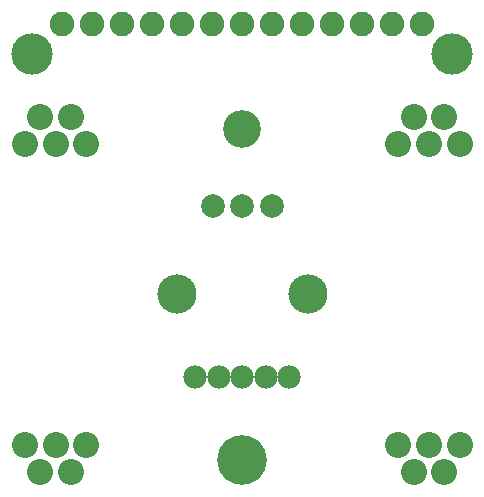
<source format=gbr>
G04 EAGLE Gerber RS-274X export*
G75*
%MOMM*%
%FSLAX34Y34*%
%LPD*%
%INSoldermask Bottom*%
%IPPOS*%
%AMOC8*
5,1,8,0,0,1.08239X$1,22.5*%
G01*
%ADD10C,2.203200*%
%ADD11C,4.203200*%
%ADD12C,3.203200*%
%ADD13C,3.505200*%
%ADD14C,2.082800*%
%ADD15C,2.003200*%
%ADD16C,1.981200*%
%ADD17C,3.319200*%


D10*
X71200Y37600D03*
X58200Y14600D03*
X45200Y37600D03*
X32200Y14600D03*
X19200Y37600D03*
X387200Y37600D03*
X374200Y14600D03*
X361200Y37600D03*
X348200Y14600D03*
X335200Y37600D03*
X335200Y292600D03*
X348200Y315600D03*
X361200Y292600D03*
X374200Y315600D03*
X387200Y292600D03*
X19200Y292600D03*
X32200Y315600D03*
X45200Y292600D03*
X58200Y315600D03*
X71200Y292600D03*
D11*
X203200Y25100D03*
D12*
X203200Y305100D03*
D13*
X381000Y368300D03*
X25400Y368300D03*
D14*
X177800Y393700D03*
X152400Y393700D03*
X127000Y393700D03*
X101600Y393700D03*
X76200Y393700D03*
X50800Y393700D03*
X203200Y393700D03*
X228600Y393700D03*
X254000Y393700D03*
X279400Y393700D03*
X304800Y393700D03*
X330200Y393700D03*
X355600Y393700D03*
D15*
X178200Y240100D03*
X203200Y240100D03*
X228200Y240100D03*
D16*
X223200Y95100D03*
X183200Y95100D03*
D17*
X147700Y165100D03*
X258700Y165100D03*
D16*
X243200Y95100D03*
X163200Y95100D03*
X203200Y95100D03*
M02*

</source>
